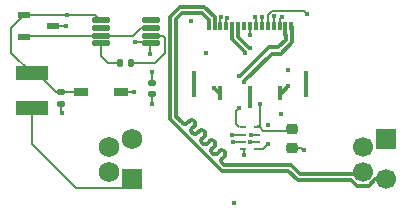
<source format=gbl>
%TF.GenerationSoftware,KiCad,Pcbnew,9.0.4*%
%TF.CreationDate,2026-02-10T01:39:38-05:00*%
%TF.ProjectId,main_board_peripheral_v3,6d61696e-5f62-46f6-9172-645f70657269,rev?*%
%TF.SameCoordinates,Original*%
%TF.FileFunction,Copper,L4,Bot*%
%TF.FilePolarity,Positive*%
%FSLAX46Y46*%
G04 Gerber Fmt 4.6, Leading zero omitted, Abs format (unit mm)*
G04 Created by KiCad (PCBNEW 9.0.4) date 2026-02-10 01:39:38*
%MOMM*%
%LPD*%
G01*
G04 APERTURE LIST*
G04 Aperture macros list*
%AMRoundRect*
0 Rectangle with rounded corners*
0 $1 Rounding radius*
0 $2 $3 $4 $5 $6 $7 $8 $9 X,Y pos of 4 corners*
0 Add a 4 corners polygon primitive as box body*
4,1,4,$2,$3,$4,$5,$6,$7,$8,$9,$2,$3,0*
0 Add four circle primitives for the rounded corners*
1,1,$1+$1,$2,$3*
1,1,$1+$1,$4,$5*
1,1,$1+$1,$6,$7*
1,1,$1+$1,$8,$9*
0 Add four rect primitives between the rounded corners*
20,1,$1+$1,$2,$3,$4,$5,0*
20,1,$1+$1,$4,$5,$6,$7,0*
20,1,$1+$1,$6,$7,$8,$9,0*
20,1,$1+$1,$8,$9,$2,$3,0*%
G04 Aperture macros list end*
%TA.AperFunction,ComponentPad*%
%ADD10R,1.700000X1.700000*%
%TD*%
%TA.AperFunction,ComponentPad*%
%ADD11C,1.731000*%
%TD*%
%TA.AperFunction,ComponentPad*%
%ADD12C,1.700000*%
%TD*%
%TA.AperFunction,SMDPad,CuDef*%
%ADD13RoundRect,0.060000X-0.675000X-0.180000X0.675000X-0.180000X0.675000X0.180000X-0.675000X0.180000X0*%
%TD*%
%TA.AperFunction,SMDPad,CuDef*%
%ADD14RoundRect,0.140000X-0.170000X0.140000X-0.170000X-0.140000X0.170000X-0.140000X0.170000X0.140000X0*%
%TD*%
%TA.AperFunction,SMDPad,CuDef*%
%ADD15R,1.200000X0.750000*%
%TD*%
%TA.AperFunction,SMDPad,CuDef*%
%ADD16R,0.300000X0.650000*%
%TD*%
%TA.AperFunction,SMDPad,CuDef*%
%ADD17R,0.300000X1.200000*%
%TD*%
%TA.AperFunction,SMDPad,CuDef*%
%ADD18R,0.400000X1.550000*%
%TD*%
%TA.AperFunction,SMDPad,CuDef*%
%ADD19R,2.810000X1.180000*%
%TD*%
%TA.AperFunction,SMDPad,CuDef*%
%ADD20R,0.530000X0.260000*%
%TD*%
%TA.AperFunction,SMDPad,CuDef*%
%ADD21R,1.050000X0.600000*%
%TD*%
%TA.AperFunction,SMDPad,CuDef*%
%ADD22RoundRect,0.225000X-0.250000X0.225000X-0.250000X-0.225000X0.250000X-0.225000X0.250000X0.225000X0*%
%TD*%
%TA.AperFunction,SMDPad,CuDef*%
%ADD23RoundRect,0.140000X0.140000X0.170000X-0.140000X0.170000X-0.140000X-0.170000X0.140000X-0.170000X0*%
%TD*%
%TA.AperFunction,SMDPad,CuDef*%
%ADD24RoundRect,0.140000X0.170000X-0.140000X0.170000X0.140000X-0.170000X0.140000X-0.170000X-0.140000X0*%
%TD*%
%TA.AperFunction,ViaPad*%
%ADD25C,0.450000*%
%TD*%
%TA.AperFunction,Conductor*%
%ADD26C,0.200000*%
%TD*%
%TA.AperFunction,Conductor*%
%ADD27C,0.350000*%
%TD*%
%TA.AperFunction,Conductor*%
%ADD28C,0.300000*%
%TD*%
G04 APERTURE END LIST*
D10*
%TO.P,J2,1*%
%TO.N,Net-(F1-Pad1)*%
X105000000Y-94500000D03*
D11*
%TO.P,J2,2*%
%TO.N,USB_D_N*%
X103050000Y-93875000D03*
%TO.P,J2,3*%
%TO.N,GND*%
X105000000Y-91100000D03*
%TO.P,J2,4*%
%TO.N,USB_D_P*%
X103050000Y-91725000D03*
%TD*%
D10*
%TO.P,J3,1*%
%TO.N,RX_P*%
X126500000Y-91100000D03*
D12*
%TO.P,J3,2*%
%TO.N,RX_N*%
X124550000Y-91725000D03*
%TO.P,J3,3*%
%TO.N,TX_P*%
X126500000Y-94500000D03*
%TO.P,J3,4*%
%TO.N,TX_N*%
X124550000Y-93875000D03*
%TD*%
D13*
%TO.P,U1,1,VCAPL*%
%TO.N,Net-(U1-VCAPL)*%
X102350000Y-82975000D03*
%TO.P,U1,2,GATE_PULL_DOWN*%
%TO.N,gate*%
X102350000Y-82325000D03*
%TO.P,U1,3,NC_3*%
%TO.N,unconnected-(U1-NC_3-Pad3)*%
X102350000Y-81675000D03*
%TO.P,U1,4,ANODE*%
%TO.N,Net-(D1-K)*%
X102350000Y-81025000D03*
%TO.P,U1,5,NC_5*%
%TO.N,unconnected-(U1-NC_5-Pad5)*%
X106650000Y-81025000D03*
%TO.P,U1,6,GATE_DRIVE*%
%TO.N,gate*%
X106650000Y-81675000D03*
%TO.P,U1,7,VCAPH*%
%TO.N,Net-(U1-VCAPH)*%
X106650000Y-82325000D03*
%TO.P,U1,8,CATHODE*%
%TO.N,USB_5V*%
X106650000Y-82975000D03*
%TD*%
D14*
%TO.P,C3,1*%
%TO.N,USB_5V*%
X106700000Y-86330000D03*
%TO.P,C3,2*%
%TO.N,GND*%
X106700000Y-87290000D03*
%TD*%
D15*
%TO.P,D1,1,K*%
%TO.N,Net-(D1-K)*%
X100710000Y-87120000D03*
%TO.P,D1,2,A*%
%TO.N,GND*%
X104110000Y-87120000D03*
%TD*%
D16*
%TO.P,J4,1,1*%
%TO.N,USB_D_N*%
X118500000Y-81500000D03*
%TO.P,J4,2,2*%
%TO.N,USB_D_P*%
X118000000Y-81500000D03*
%TO.P,J4,3,3*%
%TO.N,GND*%
X117500000Y-81500000D03*
%TO.P,J4,4,4*%
X117000000Y-81500000D03*
%TO.P,J4,5,5*%
%TO.N,LED_CONTROL*%
X116500000Y-81500000D03*
%TO.P,J4,6,6*%
%TO.N,USB_5V*%
X116000000Y-81500000D03*
%TO.P,J4,7,7*%
%TO.N,GND*%
X115500000Y-81500000D03*
%TO.P,J4,8,8*%
%TO.N,3.3V*%
X115000000Y-81500000D03*
%TO.P,J4,9,9*%
%TO.N,GND*%
X114500000Y-81500000D03*
%TO.P,J4,10,10*%
%TO.N,RX_P*%
X114000000Y-81500000D03*
%TO.P,J4,11,11*%
%TO.N,RX_N*%
X113500000Y-81500000D03*
%TO.P,J4,12,12*%
%TO.N,GND*%
X113000000Y-81500000D03*
%TO.P,J4,13,13*%
X112500000Y-81500000D03*
%TO.P,J4,14,14*%
%TO.N,TX_P*%
X112000000Y-81500000D03*
%TO.P,J4,15,15*%
%TO.N,TX_N*%
X111500000Y-81500000D03*
D17*
%TO.P,J4,G1,G1*%
%TO.N,GND*%
X117500000Y-87175000D03*
%TO.P,J4,G2,G2*%
X115000000Y-87175000D03*
%TO.P,J4,G3,G3*%
X112500000Y-87175000D03*
D18*
%TO.P,J4,MP1,MP1*%
X119750000Y-86750000D03*
%TO.P,J4,MP2,MP2*%
X110250000Y-86750000D03*
%TD*%
D19*
%TO.P,F1,1*%
%TO.N,Net-(F1-Pad1)*%
X96500000Y-88485000D03*
%TO.P,F1,2*%
%TO.N,Net-(D1-K)*%
X96500000Y-85515000D03*
%TD*%
D20*
%TO.P,PS1,1,VIN*%
%TO.N,3.3V*%
X115600000Y-90100000D03*
%TO.P,PS1,2,GND_1*%
%TO.N,GND*%
X115600000Y-90700000D03*
%TO.P,PS1,3,GND_2*%
X115600000Y-91300000D03*
%TO.P,PS1,4,VOUT*%
%TO.N,5V_BOOST*%
X115600000Y-91900000D03*
%TO.P,PS1,5,FB*%
%TO.N,Net-(PS1-FB)*%
X114400000Y-91900000D03*
%TO.P,PS1,6,GND_3*%
%TO.N,GND*%
X114400000Y-91300000D03*
%TO.P,PS1,7,MODE*%
X114400000Y-90700000D03*
%TO.P,PS1,8,EN*%
%TO.N,3.3V*%
X114400000Y-90100000D03*
%TD*%
D21*
%TO.P,Q1,1,G*%
%TO.N,gate*%
X95900000Y-82450000D03*
%TO.P,Q1,2,S*%
%TO.N,Net-(D1-K)*%
X95900000Y-80550000D03*
%TO.P,Q1,3,D*%
%TO.N,USB_5V*%
X98350000Y-81500000D03*
%TD*%
D22*
%TO.P,C4,1*%
%TO.N,3.3V*%
X118520000Y-90265000D03*
%TO.P,C4,2*%
%TO.N,GND*%
X118520000Y-91815000D03*
%TD*%
D23*
%TO.P,C2,1*%
%TO.N,Net-(U1-VCAPH)*%
X104920000Y-84670000D03*
%TO.P,C2,2*%
%TO.N,Net-(U1-VCAPL)*%
X103960000Y-84670000D03*
%TD*%
D24*
%TO.P,C1,1*%
%TO.N,GND*%
X99010000Y-88080000D03*
%TO.P,C1,2*%
%TO.N,Net-(D1-K)*%
X99010000Y-87120000D03*
%TD*%
D25*
%TO.N,5V_BOOST*%
X111290000Y-83760000D03*
X116530000Y-91510000D03*
X116490000Y-89910000D03*
%TO.N,Net-(D1-K)*%
X99500000Y-80550000D03*
%TO.N,USB_D_N*%
X114518269Y-86220351D03*
%TO.N,USB_D_P*%
X114058649Y-85760731D03*
%TO.N,RX_N*%
X114578190Y-83795810D03*
%TO.N,RX_P*%
X115037810Y-83336190D03*
%TO.N,GND*%
X117610000Y-88930000D03*
X112530000Y-80770000D03*
X99060000Y-88900000D03*
X119750000Y-85500000D03*
X119540000Y-92000000D03*
X115400000Y-80770000D03*
X118250000Y-85250000D03*
X115040000Y-91290000D03*
X117060000Y-80690000D03*
X111974924Y-86775076D03*
X110030331Y-81078526D03*
X113520000Y-91360000D03*
X106720000Y-88090000D03*
X117690000Y-80740000D03*
X110250000Y-85500000D03*
X115000000Y-88300000D03*
X118230000Y-86620000D03*
X105160000Y-87130000D03*
X113460000Y-90720000D03*
X113680000Y-96520000D03*
X115050000Y-90730000D03*
X113080000Y-80820000D03*
%TO.N,LED_CONTROL*%
X119860000Y-80530000D03*
%TO.N,3.3V*%
X115000000Y-82250000D03*
X115810000Y-88100000D03*
X114090000Y-88430000D03*
%TO.N,USB_5V*%
X116000000Y-80772000D03*
X106710000Y-85420000D03*
X106550000Y-83880000D03*
X99400000Y-81500000D03*
X105300000Y-82900000D03*
%TO.N,Net-(PS1-FB)*%
X114460000Y-92450000D03*
%TD*%
D26*
%TO.N,Net-(U1-VCAPL)*%
X102350000Y-84030000D02*
X102990000Y-84670000D01*
X103960000Y-84670000D02*
X102990000Y-84670000D01*
X102350000Y-82975000D02*
X102350000Y-84030000D01*
%TO.N,Net-(U1-VCAPH)*%
X106930000Y-84670000D02*
X104920000Y-84670000D01*
X107830000Y-82530000D02*
X107830000Y-83770000D01*
X106650000Y-82325000D02*
X107625000Y-82325000D01*
X107830000Y-83770000D02*
X106930000Y-84670000D01*
X107625000Y-82325000D02*
X107830000Y-82530000D01*
%TO.N,5V_BOOST*%
X116140000Y-91900000D02*
X115600000Y-91900000D01*
X116530000Y-91510000D02*
X116140000Y-91900000D01*
%TO.N,Net-(D1-K)*%
X96500000Y-85515000D02*
X96985000Y-85515000D01*
X96985000Y-85515000D02*
X98600000Y-87130000D01*
X102350000Y-81025000D02*
X101875000Y-80550000D01*
X96500000Y-85515000D02*
X94750000Y-83765000D01*
X101875000Y-80550000D02*
X95900000Y-80550000D01*
X98600000Y-87130000D02*
X100700000Y-87130000D01*
X100700000Y-87130000D02*
X100710000Y-87120000D01*
X94750000Y-83765000D02*
X94750000Y-81700000D01*
X94750000Y-81700000D02*
X95900000Y-80550000D01*
%TO.N,Net-(F1-Pad1)*%
X96500000Y-91500000D02*
X100250000Y-95250000D01*
X96500000Y-88485000D02*
X96500000Y-91500000D01*
X104250000Y-95250000D02*
X105000000Y-94500000D01*
X100250000Y-95250000D02*
X104250000Y-95250000D01*
D27*
%TO.N,USB_D_N*%
X118588892Y-82292660D02*
X118588892Y-82882425D01*
X116826909Y-83841000D02*
X114518269Y-86149640D01*
X114518269Y-86149640D02*
X114518269Y-86220351D01*
X118588892Y-82882425D02*
X117630317Y-83841000D01*
X117630317Y-83841000D02*
X116826909Y-83841000D01*
D28*
X118570000Y-82273768D02*
X118570000Y-81570000D01*
X118570000Y-81570000D02*
X118500000Y-81500000D01*
X118588892Y-82292660D02*
X118570000Y-82273768D01*
D27*
%TO.N,USB_D_P*%
X118038892Y-82654605D02*
X118038892Y-82292660D01*
D28*
X118038892Y-82292660D02*
X118000000Y-82253768D01*
D27*
X116599091Y-83291000D02*
X117402497Y-83291000D01*
X117402497Y-83291000D02*
X118038892Y-82654605D01*
X114058649Y-85760731D02*
X114129360Y-85760731D01*
X114129360Y-85760731D02*
X116599091Y-83291000D01*
D28*
X118000000Y-82253768D02*
X118000000Y-81500000D01*
%TO.N,RX_N*%
X114578190Y-83689744D02*
X114578190Y-83795810D01*
X113500000Y-82611554D02*
X114578190Y-83689744D01*
X113500000Y-81500000D02*
X113500000Y-82611554D01*
%TO.N,TX_P*%
X108208000Y-80721877D02*
X109042877Y-79887000D01*
X123553509Y-94576980D02*
X119029568Y-94576980D01*
X112000000Y-80768081D02*
X112000000Y-81500000D01*
X109042877Y-79887000D02*
X111118919Y-79887000D01*
X119029568Y-94576980D02*
X118236588Y-93784000D01*
X108208000Y-89384554D02*
X108208000Y-80721877D01*
X111118919Y-79887000D02*
X112000000Y-80768081D01*
X125623471Y-94500000D02*
X125047471Y-95076000D01*
X126500000Y-94500000D02*
X125623471Y-94500000D01*
X125047471Y-95076000D02*
X124052529Y-95076000D01*
X118236588Y-93784000D02*
X112607446Y-93784000D01*
X124052529Y-95076000D02*
X123553509Y-94576980D01*
X112607446Y-93784000D02*
X108208000Y-89384554D01*
%TO.N,TX_N*%
X112846651Y-92146875D02*
X112761798Y-92062022D01*
X109208735Y-89675383D02*
X108708000Y-89174648D01*
X109876799Y-89516435D02*
X109632998Y-89760235D01*
X110725358Y-90364933D02*
X110481527Y-90608763D01*
X110142115Y-90608763D02*
X110057264Y-90523912D01*
X110911811Y-80387000D02*
X111500000Y-80975189D01*
X108708000Y-80928985D02*
X109249985Y-80387000D01*
X123610435Y-94076000D02*
X119237080Y-94076000D01*
X109249985Y-80387000D02*
X110911811Y-80387000D01*
X110301064Y-89601288D02*
X110216211Y-89516435D01*
X118443100Y-93282020D02*
X112815372Y-93282020D01*
X111149623Y-90449786D02*
X111064770Y-90364933D01*
X111500000Y-80975189D02*
X111500000Y-81500000D01*
X124425000Y-94000000D02*
X123686435Y-94000000D01*
X112422386Y-92062022D02*
X112178585Y-92305822D01*
X112815372Y-93282020D02*
X112602851Y-93069499D01*
X109293587Y-89760235D02*
X109208735Y-89675383D01*
X110905793Y-91033029D02*
X111149623Y-90789198D01*
X112602851Y-92730087D02*
X112846651Y-92486286D01*
X119237080Y-94076000D02*
X118443100Y-93282020D01*
X108708000Y-87624655D02*
X108708000Y-80928985D01*
X108708000Y-89174648D02*
X108708000Y-87624655D01*
X123686435Y-94000000D02*
X123610435Y-94076000D01*
X111998123Y-91298344D02*
X111913270Y-91213491D01*
X110057264Y-90184500D02*
X110301064Y-89940699D01*
X111754322Y-91881558D02*
X111998123Y-91637756D01*
X111839174Y-92305822D02*
X111754322Y-92220970D01*
X110990644Y-91457292D02*
X110905793Y-91372441D01*
X124550000Y-93875000D02*
X124425000Y-94000000D01*
X111573858Y-91213491D02*
X111330056Y-91457292D01*
X111913270Y-91213491D02*
G75*
G03*
X111573858Y-91213491I-169706J-169704D01*
G01*
X110216211Y-89516435D02*
G75*
G03*
X109876799Y-89516435I-169706J-169704D01*
G01*
X111149623Y-90789198D02*
G75*
G03*
X111149615Y-90449794I-169723J169698D01*
G01*
X112761798Y-92062022D02*
G75*
G03*
X112422386Y-92062022I-169706J-169704D01*
G01*
X112846651Y-92486286D02*
G75*
G03*
X112846632Y-92146894I-169751J169686D01*
G01*
X110301064Y-89940699D02*
G75*
G03*
X110301058Y-89601295I-169664J169699D01*
G01*
X112178585Y-92305822D02*
G75*
G02*
X111839175Y-92305822I-169705J169703D01*
G01*
X110057264Y-90523912D02*
G75*
G02*
X110057258Y-90184494I169736J169712D01*
G01*
X111330056Y-91457292D02*
G75*
G02*
X110990644Y-91457292I-169706J169704D01*
G01*
X112602851Y-93069499D02*
G75*
G02*
X112602858Y-92730094I169749J169699D01*
G01*
X111754322Y-92220970D02*
G75*
G02*
X111754358Y-91881594I169678J169670D01*
G01*
X110905793Y-91372441D02*
G75*
G02*
X110905758Y-91032994I169707J169741D01*
G01*
X111998123Y-91637756D02*
G75*
G03*
X111998073Y-91298394I-169723J169656D01*
G01*
X111064770Y-90364933D02*
G75*
G03*
X110725358Y-90364933I-169706J-169704D01*
G01*
X110481527Y-90608763D02*
G75*
G02*
X110142115Y-90608763I-169706J169704D01*
G01*
X109632998Y-89760235D02*
G75*
G02*
X109293588Y-89760235I-169705J169703D01*
G01*
%TO.N,RX_P*%
X114000000Y-81500000D02*
X114000000Y-82404446D01*
X114000000Y-82404446D02*
X114931744Y-83336190D01*
X114931744Y-83336190D02*
X115037810Y-83336190D01*
D26*
%TO.N,GND*%
X113000000Y-80900000D02*
X113080000Y-80820000D01*
D28*
X111974924Y-86775076D02*
X112374849Y-87175000D01*
D26*
X113000000Y-81500000D02*
X113000000Y-80900000D01*
X104120000Y-87130000D02*
X104110000Y-87120000D01*
X115500000Y-80870000D02*
X115400000Y-80770000D01*
D28*
X110250000Y-85500000D02*
X110250000Y-86750000D01*
D26*
X118520000Y-91815000D02*
X119355000Y-91815000D01*
X113700000Y-90700000D02*
X114400000Y-90700000D01*
X117500000Y-81500000D02*
X117500000Y-80930000D01*
X113460000Y-90720000D02*
X113680000Y-90720000D01*
X106720000Y-88090000D02*
X106720000Y-87310000D01*
X113580000Y-91300000D02*
X113520000Y-91360000D01*
X115050000Y-91300000D02*
X115040000Y-91290000D01*
X113680000Y-90720000D02*
X113700000Y-90700000D01*
X117000000Y-81500000D02*
X117000000Y-80750000D01*
X119355000Y-91815000D02*
X119540000Y-92000000D01*
D28*
X115000000Y-88300000D02*
X115000000Y-87175000D01*
D26*
X117500000Y-80930000D02*
X117690000Y-80740000D01*
D28*
X117675000Y-87175000D02*
X117500000Y-87175000D01*
D26*
X117000000Y-80750000D02*
X117060000Y-80690000D01*
X106720000Y-87310000D02*
X106700000Y-87290000D01*
X99010000Y-88850000D02*
X99060000Y-88900000D01*
D28*
X112374849Y-87175000D02*
X112500000Y-87175000D01*
D26*
X112500000Y-81500000D02*
X112500000Y-80800000D01*
X115080000Y-90700000D02*
X115050000Y-90730000D01*
X115500000Y-81500000D02*
X115500000Y-80870000D01*
X114400000Y-91300000D02*
X113580000Y-91300000D01*
X115600000Y-91300000D02*
X115050000Y-91300000D01*
X99010000Y-88080000D02*
X99010000Y-88850000D01*
D28*
X118230000Y-86620000D02*
X117675000Y-87175000D01*
D26*
X112500000Y-80800000D02*
X112530000Y-80770000D01*
X115600000Y-90700000D02*
X115080000Y-90700000D01*
D28*
X119750000Y-85500000D02*
X119750000Y-86750000D01*
D26*
X105160000Y-87130000D02*
X104120000Y-87130000D01*
%TO.N,LED_CONTROL*%
X116851000Y-80239000D02*
X116500000Y-80590000D01*
X119860000Y-80530000D02*
X119569000Y-80239000D01*
X116500000Y-80590000D02*
X116500000Y-81500000D01*
X119569000Y-80239000D02*
X116851000Y-80239000D01*
%TO.N,3.3V*%
X113820000Y-89820000D02*
X114100000Y-90100000D01*
X115859000Y-90100000D02*
X115600000Y-90100000D01*
X115000000Y-81500000D02*
X115000000Y-82250000D01*
X115810000Y-89890000D02*
X115810000Y-88100000D01*
X116120000Y-90361000D02*
X115859000Y-90100000D01*
X115600000Y-90100000D02*
X115810000Y-89890000D01*
X118520000Y-90265000D02*
X118424000Y-90361000D01*
X114090000Y-88430000D02*
X113820000Y-88700000D01*
X113820000Y-88700000D02*
X113820000Y-89820000D01*
X118424000Y-90361000D02*
X116120000Y-90361000D01*
%TO.N,USB_5V*%
X106730000Y-85440000D02*
X106730000Y-85900000D01*
X116000000Y-81500000D02*
X116000000Y-80899000D01*
X116000000Y-80899000D02*
X116000000Y-80772000D01*
X106450000Y-82900000D02*
X106525000Y-82975000D01*
X106710000Y-85420000D02*
X106730000Y-85440000D01*
X106550000Y-83075000D02*
X106650000Y-82975000D01*
X106525000Y-82975000D02*
X106650000Y-82975000D01*
X106550000Y-83880000D02*
X106550000Y-83075000D01*
X106700000Y-85930000D02*
X106700000Y-86330000D01*
X105300000Y-82900000D02*
X106450000Y-82900000D01*
X106730000Y-85900000D02*
X106700000Y-85930000D01*
X98350000Y-81500000D02*
X99400000Y-81500000D01*
%TO.N,gate*%
X106650000Y-81675000D02*
X105781123Y-81675000D01*
X105131123Y-82325000D02*
X102350000Y-82325000D01*
X105781123Y-81675000D02*
X105131123Y-82325000D01*
X102350000Y-82325000D02*
X96025000Y-82325000D01*
X96025000Y-82325000D02*
X95900000Y-82450000D01*
%TO.N,Net-(PS1-FB)*%
X114460000Y-92450000D02*
X114460000Y-91960000D01*
X114460000Y-91960000D02*
X114400000Y-91900000D01*
%TD*%
M02*

</source>
